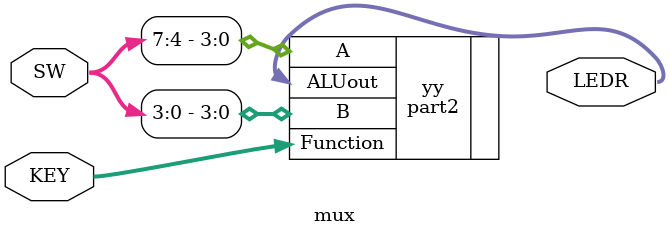
<source format=v>
`timescale 1ns / 1ns // `timescale time_unit/time_precision


//LEDR[0] output display

module mux(LEDR, KEY, SW);
    input [7:0] SW;
	 input [1:0] KEY;
    output [7:0] LEDR;

    part2 yy(
        .A(SW[7:4]),
        .B(SW[3:0]),
        .Function(KEY[1:0]),
        .ALUout(LEDR[7:0])
        );
endmodule




</source>
